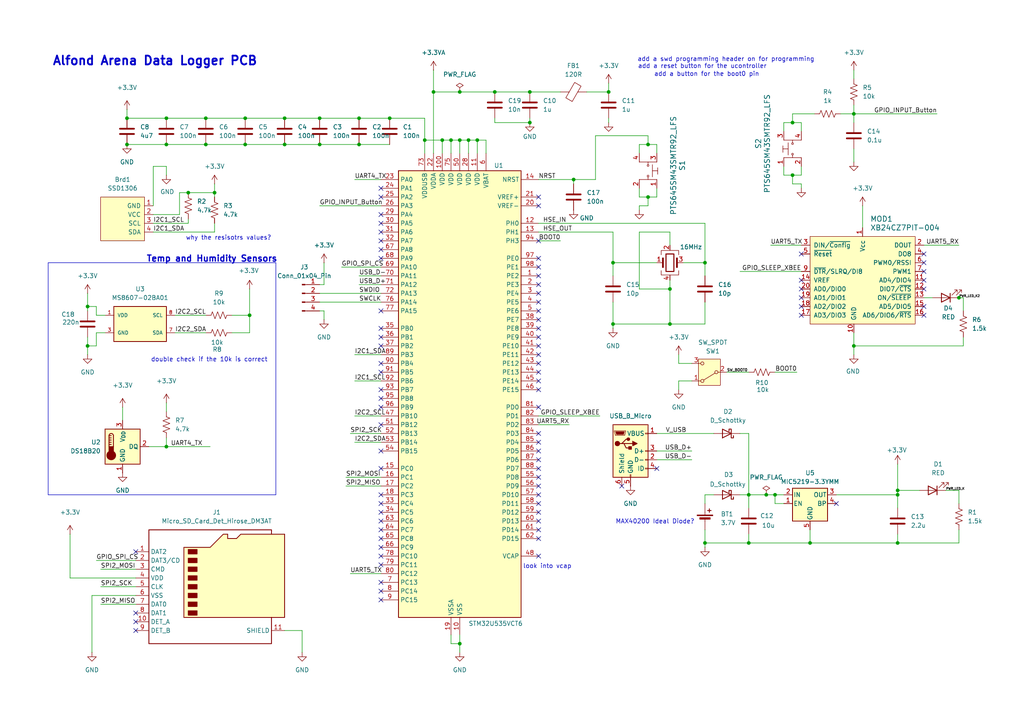
<source format=kicad_sch>
(kicad_sch (version 20231120) (generator "eeschema") (generator_version "8.0")
  (paper "A4")
  (title_block (title "Alfond Arena Data Logger PCB") (date "2024-10-06") (rev "0.1"))
  (junction (at 133.35 26.67))
  (junction (at 133.35 40.64))
  (junction (at 71.12 41.91))
  (junction (at 54.61 55.88))
  (junction (at 133.35 186.69))
  (junction (at 72.39 91.44))
  (junction (at 260.35 157.48))
  (junction (at 222.25 143.51))
  (junction (at 104.14 41.91))
  (junction (at 166.37 52.07))
  (junction (at 278.13 86.36))
  (junction (at 25.4 88.9))
  (junction (at 260.35 143.51))
  (junction (at 260.35 142.24))
  (junction (at 187.96 41.91))
  (junction (at 135.89 40.64))
  (junction (at 71.12 34.29))
  (junction (at 234.95 157.48))
  (junction (at 82.55 41.91))
  (junction (at 177.8 76.2))
  (junction (at 204.47 76.2))
  (junction (at 36.83 41.91))
  (junction (at 48.26 34.29))
  (junction (at 48.26 129.54))
  (junction (at 82.55 34.29))
  (junction (at 92.71 41.91))
  (junction (at 217.17 157.48))
  (junction (at 176.53 26.67))
  (junction (at 247.65 100.33))
  (junction (at 247.65 33.02))
  (junction (at 177.8 93.98))
  (junction (at 194.31 93.98))
  (junction (at 204.47 157.48))
  (junction (at 187.96 57.15))
  (junction (at 217.17 143.51))
  (junction (at 153.67 35.56))
  (junction (at 143.51 26.67))
  (junction (at 62.23 55.88))
  (junction (at 25.4 100.33))
  (junction (at 59.69 34.29))
  (junction (at 138.43 40.64))
  (junction (at 229.87 35.56))
  (junction (at 92.71 34.29))
  (junction (at 59.69 41.91))
  (junction (at 113.03 34.29))
  (junction (at 48.26 41.91))
  (junction (at 229.87 50.8))
  (junction (at 194.31 83.82))
  (junction (at 125.73 26.67))
  (junction (at 128.27 40.64))
  (junction (at 224.79 143.51))
  (junction (at 130.81 40.64))
  (junction (at 36.83 34.29))
  (junction (at 153.67 26.67))
  (junction (at 104.14 34.29))
  (junction (at 123.19 40.64))
  (no_connect (at 156.21 118.11))
  (no_connect (at 156.21 156.21))
  (no_connect (at 180.34 140.97))
  (no_connect (at 156.21 102.87))
  (no_connect (at 110.49 135.89))
  (no_connect (at 110.49 158.75))
  (no_connect (at 110.49 173.99))
  (no_connect (at 156.21 59.69))
  (no_connect (at 267.97 88.9))
  (no_connect (at 110.49 69.85))
  (no_connect (at 267.97 78.74))
  (no_connect (at 156.21 107.95))
  (no_connect (at 156.21 100.33))
  (no_connect (at 110.49 105.41))
  (no_connect (at 156.21 135.89))
  (no_connect (at 267.97 91.44))
  (no_connect (at 110.49 107.95))
  (no_connect (at 110.49 123.19))
  (no_connect (at 156.21 125.73))
  (no_connect (at 156.21 82.55))
  (no_connect (at 232.41 91.44))
  (no_connect (at 110.49 148.59))
  (no_connect (at 110.49 153.67))
  (no_connect (at 156.21 128.27))
  (no_connect (at 156.21 161.29))
  (no_connect (at 110.49 118.11))
  (no_connect (at 39.37 160.02))
  (no_connect (at 110.49 57.15))
  (no_connect (at 267.97 83.82))
  (no_connect (at 110.49 130.81))
  (no_connect (at 110.49 95.25))
  (no_connect (at 156.21 92.71))
  (no_connect (at 156.21 97.79))
  (no_connect (at 156.21 138.43))
  (no_connect (at 232.41 73.66))
  (no_connect (at 267.97 76.2))
  (no_connect (at 156.21 146.05))
  (no_connect (at 156.21 74.93))
  (no_connect (at 110.49 171.45))
  (no_connect (at 110.49 90.17))
  (no_connect (at 156.21 87.63))
  (no_connect (at 156.21 130.81))
  (no_connect (at 190.5 135.89))
  (no_connect (at 156.21 133.35))
  (no_connect (at 110.49 163.83))
  (no_connect (at 232.41 81.28))
  (no_connect (at 110.49 161.29))
  (no_connect (at 232.41 88.9))
  (no_connect (at 110.49 62.23))
  (no_connect (at 156.21 69.85))
  (no_connect (at 156.21 85.09))
  (no_connect (at 156.21 151.13))
  (no_connect (at 110.49 143.51))
  (no_connect (at 156.21 113.03))
  (no_connect (at 110.49 72.39))
  (no_connect (at 110.49 115.57))
  (no_connect (at 156.21 148.59))
  (no_connect (at 110.49 168.91))
  (no_connect (at 156.21 143.51))
  (no_connect (at 156.21 110.49))
  (no_connect (at 110.49 151.13))
  (no_connect (at 110.49 97.79))
  (no_connect (at 156.21 95.25))
  (no_connect (at 156.21 57.15))
  (no_connect (at 110.49 64.77))
  (no_connect (at 110.49 74.93))
  (no_connect (at 110.49 146.05))
  (no_connect (at 242.57 146.05))
  (no_connect (at 232.41 83.82))
  (no_connect (at 110.49 113.03))
  (no_connect (at 267.97 73.66))
  (no_connect (at 156.21 77.47))
  (no_connect (at 156.21 90.17))
  (no_connect (at 156.21 153.67))
  (no_connect (at 110.49 54.61))
  (no_connect (at 110.49 100.33))
  (no_connect (at 110.49 156.21))
  (no_connect (at 156.21 105.41))
  (no_connect (at 110.49 67.31))
  (no_connect (at 39.37 177.8))
  (no_connect (at 156.21 140.97))
  (no_connect (at 39.37 182.88))
  (no_connect (at 232.41 86.36))
  (no_connect (at 267.97 81.28))
  (no_connect (at 39.37 180.34))
  (no_connect (at 156.21 80.01))
  (wire (pts (xy 214.63 143.51) (xy 217.17 143.51)))
  (wire (pts (xy 140.97 40.64) (xy 140.97 44.45)))
  (wire (pts (xy 156.21 69.85) (xy 162.56 69.85)))
  (wire (pts (xy 156.21 123.19) (xy 165.1 123.19)))
  (wire (pts (xy 176.53 34.29) (xy 176.53 35.56)))
  (wire (pts (xy 54.61 55.88) (xy 62.23 55.88)))
  (wire (pts (xy 279.4 97.79) (xy 279.4 100.33)))
  (wire (pts (xy 170.18 26.67) (xy 176.53 26.67)))
  (wire (pts (xy 125.73 26.67) (xy 125.73 44.45)))
  (wire (pts (xy 204.47 76.2) (xy 204.47 80.01)))
  (wire (pts (xy 44.45 64.77) (xy 54.61 64.77)))
  (wire (pts (xy 143.51 35.56) (xy 153.67 35.56)))
  (wire (pts (xy 222.25 143.51) (xy 224.79 143.51)))
  (wire (pts (xy 204.47 157.48) (xy 204.47 158.75)))
  (wire (pts (xy 156.21 64.77) (xy 204.47 64.77)))
  (wire (pts (xy 177.8 95.25) (xy 177.8 93.98)))
  (wire (pts (xy 187.96 57.15) (xy 187.96 59.69)))
  (wire (pts (xy 198.12 76.2) (xy 204.47 76.2)))
  (wire (pts (xy 133.35 186.69) (xy 130.81 186.69)))
  (wire (pts (xy 104.14 82.55) (xy 110.49 82.55)))
  (wire (pts (xy 43.18 129.54) (xy 48.26 129.54)))
  (wire (pts (xy 190.5 44.45) (xy 190.5 41.91)))
  (wire (pts (xy 102.87 110.49) (xy 110.49 110.49)))
  (wire (pts (xy 229.87 35.56) (xy 229.87 33.02)))
  (wire (pts (xy 39.37 167.64) (xy 20.32 167.64)))
  (wire (pts (xy 172.72 39.37) (xy 187.96 39.37)))
  (wire (pts (xy 229.87 50.8) (xy 229.87 53.34)))
  (wire (pts (xy 229.87 53.34) (xy 232.41 53.34)))
  (wire (pts (xy 54.61 63.5) (xy 54.61 64.77)))
  (wire (pts (xy 143.51 26.67) (xy 153.67 26.67)))
  (wire (pts (xy 278.13 157.48) (xy 260.35 157.48)))
  (wire (pts (xy 128.27 40.64) (xy 128.27 44.45)))
  (wire (pts (xy 104.14 80.01) (xy 110.49 80.01)))
  (polyline (pts (xy 13.97 76.2) (xy 13.97 143.51)))
  (wire (pts (xy 190.5 54.61) (xy 190.5 57.15)))
  (wire (pts (xy 25.4 100.33) (xy 25.4 102.87)))
  (wire (pts (xy 99.06 77.47) (xy 110.49 77.47)))
  (wire (pts (xy 48.26 129.54) (xy 60.96 129.54)))
  (wire (pts (xy 92.71 34.29) (xy 104.14 34.29)))
  (wire (pts (xy 92.71 90.17) (xy 93.98 90.17)))
  (wire (pts (xy 72.39 91.44) (xy 72.39 96.52)))
  (wire (pts (xy 274.32 142.24) (xy 278.13 142.24)))
  (wire (pts (xy 185.42 67.31) (xy 185.42 83.82)))
  (polyline (pts (xy 13.97 143.51) (xy 80.01 143.51)))
  (wire (pts (xy 102.87 120.65) (xy 110.49 120.65)))
  (wire (pts (xy 27.94 88.9) (xy 27.94 91.44)))
  (wire (pts (xy 44.45 62.23) (xy 52.07 62.23)))
  (wire (pts (xy 50.8 96.52) (xy 59.69 96.52)))
  (wire (pts (xy 125.73 26.67) (xy 133.35 26.67)))
  (wire (pts (xy 143.51 35.56) (xy 143.51 34.29)))
  (wire (pts (xy 44.45 59.69) (xy 44.45 48.26)))
  (wire (pts (xy 185.42 59.69) (xy 185.42 60.96)))
  (wire (pts (xy 260.35 142.24) (xy 260.35 143.51)))
  (wire (pts (xy 156.21 52.07) (xy 166.37 52.07)))
  (wire (pts (xy 123.19 34.29) (xy 123.19 40.64)))
  (wire (pts (xy 227.33 146.05) (xy 224.79 146.05)))
  (wire (pts (xy 243.84 33.02) (xy 247.65 33.02)))
  (wire (pts (xy 44.45 67.31) (xy 62.23 67.31)))
  (wire (pts (xy 133.35 40.64) (xy 133.35 44.45)))
  (wire (pts (xy 177.8 76.2) (xy 190.5 76.2)))
  (wire (pts (xy 217.17 143.51) (xy 217.17 147.32)))
  (wire (pts (xy 44.45 48.26) (xy 48.26 48.26)))
  (wire (pts (xy 29.21 175.26) (xy 39.37 175.26)))
  (wire (pts (xy 25.4 97.79) (xy 25.4 100.33)))
  (wire (pts (xy 278.13 86.36) (xy 279.4 86.36)))
  (wire (pts (xy 27.94 100.33) (xy 27.94 96.52)))
  (wire (pts (xy 224.79 107.95) (xy 231.14 107.95)))
  (wire (pts (xy 260.35 134.62) (xy 260.35 142.24)))
  (polyline (pts (xy 80.01 143.51) (xy 80.01 76.2)))
  (wire (pts (xy 187.96 41.91) (xy 187.96 39.37)))
  (wire (pts (xy 130.81 184.15) (xy 130.81 186.69)))
  (wire (pts (xy 92.71 82.55) (xy 93.98 82.55)))
  (wire (pts (xy 133.35 184.15) (xy 133.35 186.69)))
  (wire (pts (xy 190.5 41.91) (xy 187.96 41.91)))
  (wire (pts (xy 194.31 83.82) (xy 194.31 93.98)))
  (wire (pts (xy 204.47 143.51) (xy 207.01 143.51)))
  (wire (pts (xy 232.41 50.8) (xy 229.87 50.8)))
  (wire (pts (xy 62.23 55.88) (xy 62.23 57.15)))
  (wire (pts (xy 247.65 30.48) (xy 247.65 33.02)))
  (wire (pts (xy 279.4 100.33) (xy 247.65 100.33)))
  (wire (pts (xy 210.82 107.95) (xy 217.17 107.95)))
  (wire (pts (xy 270.51 86.36) (xy 267.97 86.36)))
  (wire (pts (xy 72.39 96.52) (xy 67.31 96.52)))
  (wire (pts (xy 72.39 83.82) (xy 72.39 91.44)))
  (wire (pts (xy 130.81 40.64) (xy 128.27 40.64)))
  (wire (pts (xy 156.21 67.31) (xy 177.8 67.31)))
  (wire (pts (xy 25.4 100.33) (xy 27.94 100.33)))
  (wire (pts (xy 71.12 41.91) (xy 82.55 41.91)))
  (wire (pts (xy 101.6 125.73) (xy 110.49 125.73)))
  (wire (pts (xy 133.35 26.67) (xy 143.51 26.67)))
  (wire (pts (xy 59.69 34.29) (xy 71.12 34.29)))
  (wire (pts (xy 229.87 33.02) (xy 236.22 33.02)))
  (wire (pts (xy 190.5 133.35) (xy 200.66 133.35)))
  (wire (pts (xy 135.89 40.64) (xy 135.89 44.45)))
  (wire (pts (xy 87.63 182.88) (xy 87.63 189.23)))
  (wire (pts (xy 156.21 120.65) (xy 173.99 120.65)))
  (wire (pts (xy 82.55 41.91) (xy 92.71 41.91)))
  (wire (pts (xy 92.71 41.91) (xy 104.14 41.91)))
  (wire (pts (xy 130.81 40.64) (xy 130.81 44.45)))
  (wire (pts (xy 153.67 26.67) (xy 162.56 26.67)))
  (wire (pts (xy 185.42 83.82) (xy 194.31 83.82)))
  (wire (pts (xy 102.87 102.87) (xy 110.49 102.87)))
  (wire (pts (xy 72.39 91.44) (xy 67.31 91.44)))
  (wire (pts (xy 247.65 33.02) (xy 271.78 33.02)))
  (wire (pts (xy 48.26 41.91) (xy 59.69 41.91)))
  (wire (pts (xy 278.13 153.67) (xy 278.13 157.48)))
  (wire (pts (xy 153.67 35.56) (xy 153.67 34.29)))
  (wire (pts (xy 172.72 39.37) (xy 172.72 52.07)))
  (wire (pts (xy 25.4 88.9) (xy 27.94 88.9)))
  (wire (pts (xy 196.85 105.41) (xy 196.85 102.87)))
  (wire (pts (xy 227.33 38.1) (xy 227.33 35.56)))
  (wire (pts (xy 100.33 140.97) (xy 110.49 140.97)))
  (wire (pts (xy 214.63 78.74) (xy 232.41 78.74)))
  (wire (pts (xy 185.42 54.61) (xy 185.42 57.15)))
  (wire (pts (xy 278.13 142.24) (xy 278.13 146.05)))
  (wire (pts (xy 27.94 91.44) (xy 30.48 91.44)))
  (wire (pts (xy 232.41 38.1) (xy 232.41 35.56)))
  (wire (pts (xy 177.8 67.31) (xy 177.8 76.2)))
  (wire (pts (xy 48.26 116.84) (xy 48.26 119.38)))
  (wire (pts (xy 48.26 34.29) (xy 59.69 34.29)))
  (wire (pts (xy 27.94 162.56) (xy 39.37 162.56)))
  (wire (pts (xy 260.35 142.24) (xy 266.7 142.24)))
  (polyline (pts (xy 13.97 76.2) (xy 80.01 76.2)))
  (wire (pts (xy 52.07 55.88) (xy 54.61 55.88)))
  (wire (pts (xy 196.85 110.49) (xy 196.85 113.03)))
  (wire (pts (xy 92.71 85.09) (xy 110.49 85.09)))
  (wire (pts (xy 176.53 24.13) (xy 176.53 26.67)))
  (wire (pts (xy 172.72 52.07) (xy 166.37 52.07)))
  (wire (pts (xy 204.47 146.05) (xy 204.47 143.51)))
  (wire (pts (xy 204.47 153.67) (xy 204.47 157.48)))
  (wire (pts (xy 200.66 110.49) (xy 196.85 110.49)))
  (wire (pts (xy 177.8 76.2) (xy 177.8 80.01)))
  (wire (pts (xy 113.03 34.29) (xy 123.19 34.29)))
  (wire (pts (xy 278.13 86.36) (xy 275.59 86.36)))
  (wire (pts (xy 62.23 64.77) (xy 62.23 67.31)))
  (wire (pts (xy 138.43 40.64) (xy 135.89 40.64)))
  (wire (pts (xy 62.23 53.34) (xy 62.23 55.88)))
  (wire (pts (xy 125.73 20.32) (xy 125.73 26.67)))
  (wire (pts (xy 52.07 62.23) (xy 52.07 55.88)))
  (wire (pts (xy 82.55 182.88) (xy 87.63 182.88)))
  (wire (pts (xy 194.31 93.98) (xy 177.8 93.98)))
  (wire (pts (xy 102.87 52.07) (xy 110.49 52.07)))
  (wire (pts (xy 36.83 41.91) (xy 48.26 41.91)))
  (wire (pts (xy 102.87 128.27) (xy 110.49 128.27)))
  (wire (pts (xy 204.47 87.63) (xy 204.47 93.98)))
  (wire (pts (xy 224.79 146.05) (xy 224.79 143.51)))
  (wire (pts (xy 187.96 57.15) (xy 190.5 57.15)))
  (wire (pts (xy 59.69 41.91) (xy 71.12 41.91)))
  (wire (pts (xy 82.55 34.29) (xy 92.71 34.29)))
  (wire (pts (xy 25.4 88.9) (xy 25.4 90.17)))
  (wire (pts (xy 123.19 40.64) (xy 123.19 44.45)))
  (wire (pts (xy 229.87 50.8) (xy 227.33 50.8)))
  (wire (pts (xy 250.19 59.69) (xy 250.19 66.04)))
  (wire (pts (xy 26.67 172.72) (xy 26.67 189.23)))
  (wire (pts (xy 104.14 41.91) (xy 113.03 41.91)))
  (wire (pts (xy 190.5 125.73) (xy 207.01 125.73)))
  (wire (pts (xy 217.17 154.94) (xy 217.17 157.48)))
  (wire (pts (xy 133.35 40.64) (xy 130.81 40.64)))
  (wire (pts (xy 234.95 153.67) (xy 234.95 157.48)))
  (wire (pts (xy 101.6 166.37) (xy 110.49 166.37)))
  (wire (pts (xy 217.17 125.73) (xy 217.17 143.51)))
  (wire (pts (xy 138.43 40.64) (xy 138.43 44.45)))
  (wire (pts (xy 224.79 143.51) (xy 227.33 143.51)))
  (wire (pts (xy 35.56 118.11) (xy 35.56 121.92)))
  (wire (pts (xy 187.96 59.69) (xy 185.42 59.69)))
  (wire (pts (xy 217.17 143.51) (xy 222.25 143.51)))
  (wire (pts (xy 93.98 76.2) (xy 93.98 82.55)))
  (wire (pts (xy 217.17 157.48) (xy 234.95 157.48)))
  (wire (pts (xy 247.65 20.32) (xy 247.65 22.86)))
  (wire (pts (xy 247.65 43.18) (xy 247.65 46.99)))
  (wire (pts (xy 135.89 40.64) (xy 133.35 40.64)))
  (wire (pts (xy 93.98 90.17) (xy 93.98 92.71)))
  (wire (pts (xy 36.83 34.29) (xy 48.26 34.29)))
  (wire (pts (xy 50.8 91.44) (xy 59.69 91.44)))
  (wire (pts (xy 27.94 96.52) (xy 30.48 96.52)))
  (wire (pts (xy 242.57 143.51) (xy 260.35 143.51)))
  (wire (pts (xy 25.4 85.09) (xy 25.4 88.9)))
  (wire (pts (xy 48.26 127) (xy 48.26 129.54)))
  (wire (pts (xy 260.35 143.51) (xy 260.35 147.32)))
  (wire (pts (xy 232.41 48.26) (xy 232.41 50.8)))
  (wire (pts (xy 29.21 170.18) (xy 39.37 170.18)))
  (wire (pts (xy 92.71 87.63) (xy 110.49 87.63)))
  (wire (pts (xy 204.47 64.77) (xy 204.47 76.2)))
  (wire (pts (xy 194.31 83.82) (xy 194.31 81.28)))
  (wire (pts (xy 185.42 44.45) (xy 185.42 41.91)))
  (wire (pts (xy 190.5 130.81) (xy 200.66 130.81)))
  (wire (pts (xy 100.33 138.43) (xy 110.49 138.43)))
  (wire (pts (xy 187.96 41.91) (xy 185.42 41.91)))
  (wire (pts (xy 279.4 86.36) (xy 279.4 90.17)))
  (wire (pts (xy 194.31 67.31) (xy 194.31 71.12)))
  (wire (pts (xy 194.31 93.98) (xy 204.47 93.98)))
  (wire (pts (xy 36.83 31.75) (xy 36.83 34.29)))
  (wire (pts (xy 227.33 48.26) (xy 227.33 50.8)))
  (wire (pts (xy 166.37 53.34) (xy 166.37 52.07)))
  (wire (pts (xy 177.8 87.63) (xy 177.8 93.98)))
  (wire (pts (xy 234.95 157.48) (xy 260.35 157.48)))
  (wire (pts (xy 229.87 35.56) (xy 232.41 35.56)))
  (wire (pts (xy 71.12 34.29) (xy 82.55 34.29)))
  (wire (pts (xy 20.32 167.64) (xy 20.32 154.94)))
  (wire (pts (xy 260.35 154.94) (xy 260.35 157.48)))
  (wire (pts (xy 29.21 165.1) (xy 39.37 165.1)))
  (wire (pts (xy 48.26 48.26) (xy 48.26 50.8)))
  (wire (pts (xy 104.14 34.29) (xy 113.03 34.29)))
  (wire (pts (xy 204.47 157.48) (xy 217.17 157.48)))
  (wire (pts (xy 185.42 57.15) (xy 187.96 57.15)))
  (wire (pts (xy 194.31 67.31) (xy 185.42 67.31)))
  (wire (pts (xy 133.35 186.69) (xy 133.35 189.23)))
  (wire (pts (xy 267.97 71.12) (xy 278.13 71.12)))
  (wire (pts (xy 247.65 100.33) (xy 247.65 96.52)))
  (wire (pts (xy 232.41 53.34) (xy 232.41 54.61)))
  (wire (pts (xy 247.65 102.87) (xy 247.65 100.33)))
  (wire (pts (xy 39.37 172.72) (xy 26.67 172.72)))
  (wire (pts (xy 200.66 105.41) (xy 196.85 105.41)))
  (wire (pts (xy 227.33 35.56) (xy 229.87 35.56)))
  (wire (pts (xy 128.27 40.64) (xy 123.19 40.64)))
  (wire (pts (xy 247.65 33.02) (xy 247.65 35.56)))
  (wire (pts (xy 214.63 125.73) (xy 217.17 125.73)))
  (wire (pts (xy 223.52 71.12) (xy 232.41 71.12)))
  (wire (pts (xy 140.97 40.64) (xy 138.43 40.64)))
  (wire (pts (xy 92.71 59.69) (xy 110.49 59.69)))
  (text "MAX40200 Ideal Diode?\n" (at 189.992 151.384 0) (effects (font (size 1.27 1.27))))
  (text "look into vcap\n" (at 158.75 164.338 0) (effects (font (size 1.27 1.27))))
  (text "double check if the 10k is correct\n" (at 60.706 104.394 0) (effects (font (size 1.27 1.27))))
  (text "add a swd programming header on for programming\n" (at 210.566 17.272 0) (effects (font (size 1.27 1.27))))
  (text "add a reset button for the ucontroller\n" (at 203.708 19.304 0) (effects (font (size 1.27 1.27))))
  (text "add a button for the boot0 pin\n" (at 204.978 21.59 0) (effects (font (size 1.27 1.27))))
  (text "Alfond Arena Data Logger PCB\n" (at 44.958 17.78 0) (effects (font (size 2.54 2.54) (thickness 0.508) (bold yes))))
  (text "why the resisotrs values?" (at 66.294 69.088 0) (effects (font (size 1.27 1.27))))
  (text "Temp and Humidity Sensors" (at 61.468 75.184 0) (effects (font (size 1.778 1.778) (thickness 0.3556) (bold yes))))
  (label "I2C1_SDA" (at 44.45 67.31 0))
  (label "USB_D+" (at 104.14 82.55 0))
  (label "I2C2_SCL" (at 50.8 91.44 0))
  (label "SWDIO" (at 104.14 85.09 0))
  (label "SPI2_MOSI" (at 29.21 165.1 0))
  (label "GPIO_SLEEP_XBEE" (at 232.41 78.74 180))
  (label "I2C2_SCL" (at 102.87 120.65 0))
  (label "UART5_TX" (at 101.6 166.37 0))
  (label "GPIO_SPI_CS" (at 27.94 162.56 0))
  (label "SWCLK" (at 104.14 87.63 0))
  (label "HSE_IN" (at 157.48 64.77 0))
  (label "UART5_RX" (at 278.13 71.12 180))
  (label "I2C1_SCL" (at 102.87 110.49 0))
  (label "BOOT0" (at 231.14 107.95 180))
  (label "SPI2_MISO" (at 29.21 175.26 0))
  (label "UART4_TX" (at 102.87 52.07 0))
  (label "SPI2_MISO" (at 100.33 140.97 0))
  (label "USB_D+" (at 200.66 130.81 180))
  (label "GPIO_SLEEP_XBEE" (at 173.99 120.65 180))
  (label "GPIO_INPUT_Button" (at 92.71 59.69 0))
  (label "BOOT0" (at 162.56 69.85 180))
  (label "I2C1_SDA" (at 102.87 102.87 0))
  (label "SW_BOOT0" (at 210.82 107.95 0) (effects (font (size 0.762 0.762))))
  (label "I2C2_SDA" (at 102.87 128.27 0))
  (label "V_USB" (at 193.04 125.73 0))
  (label "USB_D-" (at 200.66 133.35 180))
  (label "HSE_OUT" (at 157.48 67.31 0))
  (label "I2C2_SDA" (at 50.8 96.52 0))
  (label "PWR_LED_K2" (at 278.13 86.36 0) (effects (font (size 0.635 0.635))))
  (label "NRST" (at 156.21 52.07 0))
  (label "UART5_RX" (at 165.1 123.19 180))
  (label "USB_D-" (at 104.14 80.01 0))
  (label "GPIO_SPI_CS" (at 99.06 77.47 0))
  (label "UART5_TX" (at 223.52 71.12 0))
  (label "I2C1_SCL" (at 44.45 64.77 0))
  (label "SPI2_MOSI" (at 100.33 138.43 0))
  (label "SPI2_SCK" (at 29.21 170.18 0))
  (label "GPIO_INPUT_Button" (at 271.78 33.02 180))
  (label "PWR_LED_K" (at 274.32 142.24 0) (effects (font (size 0.635 0.635))))
  (label "UART4_TX" (at 49.53 129.54 0))
  (label "SPI2_SCK" (at 101.6 125.73 0))
  (symbol (lib_id "power:GND") (at 48.26 50.8 0) (unit 1)
    (property "Reference" "#PWR010" (effects (hide yes)))
    (property "Value" "GND" (at 48.514 55.626 0))
    (property "Description" "Power symbol creates a global label with name \"GND\" , ground" (effects (hide yes)))
  )
  (symbol (lib_id "power:+3.3V") (at 36.83 31.75 0) (unit 1)
    (property "Reference" "#PWR07" (effects (hide yes)))
    (property "Value" "+3.3V" (at 36.83 25.4 0))
    (property "Description" "Power symbol creates a global label with name \"+3.3V\"" (effects (hide yes)))
  )
  (symbol (lib_id "power:GND") (at 176.53 35.56 0) (unit 1)
    (property "Reference" "#PWR019" (effects (hide yes)))
    (property "Value" "GND" (effects (hide yes)))
    (property "Description" "Power symbol creates a global label with name \"GND\" , ground" (effects (hide yes)))
  )
  (symbol (lib_id "Device:C") (at 204.47 83.82 0) (unit 1)
    (property "Reference" "C16" (at 208.28 82.5499 0) (effects (justify left)))
    (property "Value" "10p" (at 208.28 85.0899 0) (effects (justify left)))
    (property "Footprint" "Capacitor_SMD:C_0402_1005Metric" (effects (hide yes)))
    (property "Description" "Unpolarized capacitor" (effects (hide yes)))
  )
  (symbol (lib_id "Device:R_US") (at 279.4 93.98 0) (unit 1)
    (property "Reference" "R6" (at 281.94 92.7099 0) (effects (justify left)))
    (property "Value" "1.5k" (at 281.94 95.2499 0) (effects (justify left)))
    (property "Footprint" "Resistor_SMD:R_0402_1005Metric" (effects (hide yes)))
    (property "Description" "Resistor, US symbol" (effects (hide yes)))
  )
  (symbol (lib_id "Device:Crystal_GND24") (at 194.31 76.2 0) (unit 1)
    (property "Reference" "Y1" (effects (hide yes)))
    (property "Value" "16MHz" (at 200.406 71.628 0))
    (property "Footprint" "Crystal:Crystal_SMD_3225-4Pin_3.2x2.5mm" (effects (hide yes)))
    (property "Description" "Four pin crystal, GND on pins 2 and 4" (effects (hide yes)))
  )
  (symbol (lib_id "Device:C") (at 25.4 93.98 0) (unit 1)
    (property "Reference" "C18" (at 17.78 91.186 0) (effects (justify left)))
    (property "Value" "220n" (at 18.034 93.472 0) (effects (justify left)))
    (property "Footprint" "Capacitor_SMD:C_0402_1005Metric" (effects (hide yes)))
    (property "Description" "Unpolarized capacitor" (effects (hide yes)))
  )
  (symbol (lib_id "Device:C") (at 82.55 38.1 0) (unit 1)
    (property "Reference" "C4" (at 86.36 36.8299 0) (effects (justify left)))
    (property "Value" "100n" (at 86.36 39.3699 0) (effects (justify left)))
    (property "Footprint" "Capacitor_SMD:C_0402_1005Metric" (effects (hide yes)))
    (property "Description" "Unpolarized capacitor" (effects (hide yes)))
  )
  (symbol (lib_id "Device:R_US") (at 62.23 60.96 0) (unit 1)
    (property "Reference" "R3" (at 64.77 59.6899 0) (effects (justify left)))
    (property "Value" "4.7k" (at 64.77 62.2299 0) (effects (justify left)))
    (property "Footprint" "Resistor_SMD:R_0402_1005Metric" (effects (hide yes)))
    (property "Description" "Resistor, US symbol" (effects (hide yes)))
  )
  (symbol (lib_id "Device:C") (at 166.37 57.15 0) (unit 1)
    (property "Reference" "C17" (at 170.18 55.8799 0) (effects (justify left)))
    (property "Value" "100n" (at 170.18 58.4199 0) (effects (justify left)))
    (property "Footprint" "Capacitor_SMD:C_0402_1005Metric" (effects (hide yes)))
    (property "Description" "Unpolarized capacitor" (effects (hide yes)))
  )
  (symbol (lib_id "power:+3.3V") (at 20.32 154.94 0) (unit 1)
    (property "Reference" "#PWR01" (effects (hide yes)))
    (property "Value" "+3.3V" (at 20.32 148.59 0))
    (property "Description" "Power symbol creates a global label with name \"+3.3V\"" (effects (hide yes)))
  )
  (symbol (lib_id "power:+3.3V") (at 125.73 20.32 0) (unit 1)
    (property "Reference" "#PWR014" (effects (hide yes)))
    (property "Value" "+3.3VA" (at 125.73 15.24 0))
    (property "Description" "Power symbol creates a global label with name \"+3.3V\"" (effects (hide yes)))
  )
  (symbol (lib_id "power:GND") (at 185.42 60.96 0) (mirror y) (unit 1)
    (property "Reference" "#PWR029" (effects (hide yes)))
    (property "Value" "GND" (effects (hide yes)))
    (property "Description" "Power symbol creates a global label with name \"GND\" , ground" (effects (hide yes)))
  )
  (symbol (lib_id "power:PWR_FLAG") (at 222.25 143.51 0) (unit 1)
    (property "Reference" "#FLG01" (effects (hide yes)))
    (property "Value" "PWR_FLAG" (at 222.25 138.43 0))
    (property "Description" "Special symbol for telling ERC where power comes from" (effects (hide yes)))
  )
  (symbol (lib_id "Connector:Micro_SD_Card_Det_Hirose_DM3AT") (at 62.23 170.18 0) (unit 1)
    (property "Reference" "J1" (at 62.865 148.59 0))
    (property "Value" "Micro_SD_Card_Det_Hirose_DM3AT" (at 62.865 151.13 0))
    (property "Footprint" "Connector_Card:microSD_HC_Hirose_DM3AT-SF-PEJM5" (effects (hide yes)))
    (property "Datasheet" "https://www.hirose.com/product/en/download_file/key_name/DM3/category/Catalog/doc_file_id/49662/?file_category_id=4&item_id=195&is_series=1" (effects (hide yes)))
    (property "Description" "Micro SD Card Socket with card detection pins" (effects (hide yes)))
  )
  (symbol (lib_id "dk_RF-Transceiver-Modules:XB24CZ7PIT-004") (at 252.73 86.36 0) (unit 1)
    (property "Reference" "MOD1" (at 252.3841 63.5 0) (effects (font (size 1.524 1.524)) (justify left)))
    (property "Value" "XB24CZ7PIT-004" (at 252.3841 66.04 0) (effects (font (size 1.524 1.524)) (justify left)))
    (property "Footprint" "digikey-footprints:XBEE-20_THT" (effects (hide yes)))
    (property "Datasheet" "https://www.digi.com/resources/documentation/digidocs/pdfs/90001500.pdf" (effects (hide yes)))
    (property "Description" "RF TXRX MOD 802.15.4 TRACE ANT" (effects (hide yes)))
    (property "Digi-Key_PN" "602-1557-ND" (effects (hide yes)))
    (property "MPN" "XB24CZ7PIT-004" (effects (hide yes)))
    (property "Category" "RF/IF and RFID" (effects (hide yes)))
    (property "Family" "RF Transceiver Modules" (effects (hide yes)))
    (property "DK_Datasheet_Link" "https://www.digi.com/resources/documentation/digidocs/pdfs/90001500.pdf" (effects (hide yes)))
    (property "DK_Detail_Page" "/product-detail/en/digi-international/XB24CZ7PIT-004/602-1557-ND/5322371" (effects (hide yes)))
    (property "Description_1" "RF TXRX MOD 802.15.4 TRACE ANT" (effects (hide yes)))
    (property "Manufacturer" "Digi International" (effects (hide yes)))
    (property "Status" "Active" (effects (hide yes)))
  )
  (symbol (lib_id "Device:C") (at 59.69 38.1 0) (unit 1)
    (property "Reference" "C6" (at 63.5 36.8299 0) (effects (justify left)))
    (property "Value" "100n" (at 63.5 39.3699 0) (effects (justify left)))
    (property "Footprint" "Capacitor_SMD:C_0402_1005Metric" (effects (hide yes)))
    (property "Description" "Unpolarized capacitor" (effects (hide yes)))
  )
  (symbol (lib_id "Device:R_US") (at 247.65 26.67 0) (unit 1)
    (property "Reference" "R5" (at 250.19 25.3999 0) (effects (justify left)))
    (property "Value" "10k" (at 250.19 27.9399 0) (effects (justify left)))
    (property "Footprint" "Resistor_SMD:R_0402_1005Metric" (effects (hide yes)))
    (property "Description" "Resistor, US symbol" (effects (hide yes)))
  )
  (symbol (lib_id "power:GND") (at 247.65 102.87 0) (unit 1)
    (property "Reference" "#PWR024" (effects (hide yes)))
    (property "Value" "GND" (at 247.396 107.696 0))
    (property "Description" "Power symbol creates a global label with name \"GND\" , ground" (effects (hide yes)))
  )
  (symbol (lib_id "SSD1306-128x64_OLED:SSD1306") (at 35.56 63.5 270) (unit 1)
    (property "Reference" "Brd1" (at 35.56 52.07 90))
    (property "Value" "SSD1306" (at 35.56 54.61 90))
    (property "Footprint" "SSD1306:128x64OLED" (effects (hide yes)))
    (property "Description" "SSD1306 OLED" (effects (hide yes)))
  )
  (symbol (lib_id "Device:R_US") (at 48.26 123.19 0) (unit 1)
    (property "Reference" "R7" (at 50.8 121.9199 0) (effects (justify left)))
    (property "Value" "4.7k" (at 50.8 124.4599 0) (effects (justify left)))
    (property "Footprint" "Resistor_SMD:R_0402_1005Metric" (effects (hide yes)))
    (property "Description" "Resistor, US symbol" (effects (hide yes)))
  )
  (symbol (lib_id "Device:C") (at 143.51 30.48 0) (unit 1)
    (property "Reference" "C19" (at 147.32 29.2099 0) (effects (justify left)))
    (property "Value" "10n" (at 147.32 31.7499 0) (effects (justify left)))
    (property "Footprint" "Capacitor_SMD:C_0402_1005Metric" (effects (hide yes)))
    (property "Description" "Unpolarized capacitor" (effects (hide yes)))
  )
  (symbol (lib_id "power:GND") (at 153.67 35.56 0) (unit 1)
    (property "Reference" "#PWR016" (effects (hide yes)))
    (property "Value" "GND" (at 153.67 39.624 0))
    (property "Description" "Power symbol creates a global label with name \"GND\" , ground" (effects (hide yes)))
  )
  (symbol (lib_id "Device:C") (at 113.03 38.1 0) (unit 1)
    (property "Reference" "C1" (at 116.84 36.8299 0) (effects (justify left)))
    (property "Value" "100n" (at 116.84 39.3699 0) (effects (justify left)))
    (property "Footprint" "Capacitor_SMD:C_0402_1005Metric" (effects (hide yes)))
    (property "Description" "Unpolarized capacitor" (effects (hide yes)))
  )
  (symbol (lib_id "power:+3.3VA") (at 247.65 20.32 0) (unit 1)
    (property "Reference" "#PWR025" (effects (hide yes)))
    (property "Value" "+3.3V" (at 247.65 15.24 0))
    (property "Description" "Power symbol creates a global label with name \"+3.3VA\"" (effects (hide yes)))
  )
  (symbol (lib_id "power:GND") (at 177.8 95.25 0) (unit 1)
    (property "Reference" "#PWR020" (effects (hide yes)))
    (property "Value" "GND" (at 177.8 100.33 0))
    (property "Description" "Power symbol creates a global label with name \"GND\" , ground" (effects (hide yes)))
  )
  (symbol (lib_id "Device:R_US") (at 54.61 59.69 0) (unit 1)
    (property "Reference" "R2" (at 57.15 58.4199 0) (effects (justify left)))
    (property "Value" "4.7k" (at 57.15 60.9599 0) (effects (justify left)))
    (property "Footprint" "Resistor_SMD:R_0402_1005Metric" (effects (hide yes)))
    (property "Description" "Resistor, US symbol" (effects (hide yes)))
  )
  (symbol (lib_id "power:+3.3VA") (at 25.4 85.09 0) (unit 1)
    (property "Reference" "#PWR02" (effects (hide yes)))
    (property "Value" "+3.3V" (at 25.4 80.01 0))
    (property "Description" "Power symbol creates a global label with name \"+3.3VA\"" (effects (hide yes)))
  )
  (symbol (lib_id "Device:C") (at 92.71 38.1 0) (unit 1)
    (property "Reference" "C3" (at 96.52 36.8299 0) (effects (justify left)))
    (property "Value" "100n" (at 96.52 39.3699 0) (effects (justify left)))
    (property "Footprint" "Capacitor_SMD:C_0402_1005Metric" (effects (hide yes)))
    (property "Description" "Unpolarized capacitor" (effects (hide yes)))
  )
  (symbol (lib_id "Device:C") (at 71.12 38.1 0) (unit 1)
    (property "Reference" "C5" (at 74.93 36.8299 0) (effects (justify left)))
    (property "Value" "100n" (at 74.93 39.3699 0) (effects (justify left)))
    (property "Footprint" "Capacitor_SMD:C_0402_1005Metric" (effects (hide yes)))
    (property "Description" "Unpolarized capacitor" (effects (hide yes)))
  )
  (symbol (lib_id "power:GND") (at 232.41 54.61 0) (unit 1)
    (property "Reference" "#PWR023" (effects (hide yes)))
    (property "Value" "GND" (effects (hide yes)))
    (property "Description" "Power symbol creates a global label with name \"GND\" , ground" (effects (hide yes)))
  )
  (symbol (lib_id "power:GND") (at 35.56 137.16 0) (unit 1)
    (property "Reference" "#PWR06" (effects (hide yes)))
    (property "Value" "GND" (at 35.56 142.24 0))
    (property "Description" "Power symbol creates a global label with name \"GND\" , ground" (effects (hide yes)))
  )
  (symbol (lib_id "MCU_ST_STM32U5:STM32U535VCTx") (at 133.35 115.57 0) (mirror y) (unit 1)
    (property "Reference" "U1" (at 146.05 48.006 0) (effects (justify left)))
    (property "Value" "STM32U535VCT6" (at 151.638 180.848 0) (effects (justify left)))
    (property "Footprint" "Package_QFP:LQFP-100_14x14mm_P0.5mm" (effects (hide yes)))
    (property "Datasheet" "https://www.st.com/resource/en/datasheet/stm32u535vc.pdf" (effects (hide yes)))
    (property "Description" "STMicroelectronics Arm Cortex-M33 MCU, 256KB flash, 274KB RAM, 82 GPIO, LQFP100" (effects (hide yes)))
  )
  (symbol (lib_id "power:GND") (at 93.98 92.71 0) (unit 1)
    (property "Reference" "#PWR032" (effects (hide yes)))
    (property "Value" "GND" (at 93.98 97.79 0))
    (property "Description" "Power symbol creates a global label with name \"GND\" , ground" (effects (hide yes)))
  )
  (symbol (lib_id "Device:D_Schottky") (at 210.82 125.73 180) (unit 1)
    (property "Reference" "D2" (at 211.1375 119.38 0))
    (property "Value" "D_Schottky" (at 211.1375 121.92 0))
    (property "Description" "Schottky diode" (effects (hide yes)))
  )
  (symbol (lib_id "Connector:Conn_01x04_Pin") (at 87.63 85.09 0) (unit 1)
    (property "Reference" "J3" (at 88.265 77.47 0))
    (property "Value" "Conn_01x04_Pin" (at 88.265 80.01 0))
    (property "Description" "Generic connector, single row, 01x04, script generated" (effects (hide yes)))
  )
  (symbol (lib_id "power:+3.3VA") (at 72.39 83.82 0) (unit 1)
    (property "Reference" "#PWR012" (effects (hide yes)))
    (property "Value" "+3.3V" (at 72.136 78.486 0))
    (property "Description" "Power symbol creates a global label with name \"+3.3VA\"" (effects (hide yes)))
  )
  (symbol (lib_id "Device:C") (at 48.26 38.1 0) (unit 1)
    (property "Reference" "C7" (at 52.07 36.8299 0) (effects (justify left)))
    (property "Value" "100n" (at 52.07 39.3699 0) (effects (justify left)))
    (property "Footprint" "Capacitor_SMD:C_0402_1005Metric" (effects (hide yes)))
    (property "Description" "Unpolarized capacitor" (effects (hide yes)))
  )
  (symbol (lib_id "power:+3.3V") (at 35.56 118.11 0) (unit 1)
    (property "Reference" "#PWR05" (effects (hide yes)))
    (property "Value" "+3.3V" (at 35.56 111.76 0))
    (property "Description" "Power symbol creates a global label with name \"+3.3V\"" (effects (hide yes)))
  )
  (symbol (lib_id "power:GND") (at 25.4 102.87 0) (unit 1)
    (property "Reference" "#PWR03" (effects (hide yes)))
    (property "Value" "GND" (at 25.4 107.95 0))
    (property "Description" "Power symbol creates a global label with name \"GND\" , ground" (effects (hide yes)))
  )
  (symbol (lib_id "Device:C") (at 217.17 151.13 0) (unit 1)
    (property "Reference" "C12" (at 220.472 149.606 0) (effects (justify left)))
    (property "Value" "10u" (at 220.98 152.3999 0) (effects (justify left)))
    (property "Footprint" "Capacitor_SMD:C_0805_2012Metric" (effects (hide yes)))
    (property "Description" "Unpolarized capacitor" (effects (hide yes)))
  )
  (symbol (lib_id "power:+3.3V") (at 176.53 24.13 0) (unit 1)
    (property "Reference" "#PWR018" (effects (hide yes)))
    (property "Value" "+3.3V" (at 176.53 19.05 0))
    (property "Description" "Power symbol creates a global label with name \"+3.3V\"" (effects (hide yes)))
  )
  (symbol (lib_id "power:GND") (at 204.47 158.75 0) (unit 1)
    (property "Reference" "#PWR022" (effects (hide yes)))
    (property "Value" "GND" (at 204.47 163.83 0))
    (property "Description" "Power symbol creates a global label with name \"GND\" , ground" (effects (hide yes)))
  )
  (symbol (lib_id "Device:LED") (at 274.32 86.36 180) (unit 1)
    (property "Reference" "D4" (at 275.0185 89.408 0))
    (property "Value" "RED" (at 275.082 91.948 0))
    (property "Footprint" "LED_SMD:LED_0805_2012Metric" (effects (hide yes)))
    (property "Description" "Light emitting diode" (effects (hide yes)))
  )
  (symbol (lib_id "power:+3.3VA") (at 62.23 53.34 0) (unit 1)
    (property "Reference" "#PWR011" (effects (hide yes)))
    (property "Value" "+3.3V" (at 62.23 48.26 0))
    (property "Description" "Power symbol creates a global label with name \"+3.3VA\"" (effects (hide yes)))
  )
  (symbol (lib_id "power:GND") (at 166.37 60.96 0) (unit 1)
    (property "Reference" "#PWR017" (effects (hide yes)))
    (property "Value" "GND" (at 170.18 63.246 0))
    (property "Description" "Power symbol creates a global label with name \"GND\" , ground" (effects (hide yes)))
  )
  (symbol (lib_id "power:GND") (at 87.63 189.23 0) (unit 1)
    (property "Reference" "#PWR013" (effects (hide yes)))
    (property "Value" "GND" (at 87.63 194.31 0))
    (property "Description" "Power symbol creates a global label with name \"GND\" , ground" (effects (hide yes)))
  )
  (symbol (lib_id "Device:R_US") (at 240.03 33.02 90) (unit 1)
    (property "Reference" "R4" (at 240.03 26.67 90))
    (property "Value" "1k" (at 240.03 29.21 90))
    (property "Footprint" "Resistor_SMD:R_0402_1005Metric" (effects (hide yes)))
    (property "Description" "Resistor, US symbol" (effects (hide yes)))
  )
  (symbol (lib_id "power:+3.3VA") (at 196.85 102.87 0) (unit 1)
    (property "Reference" "#PWR030" (effects (hide yes)))
    (property "Value" "+3.3V" (at 196.85 97.79 0))
    (property "Description" "Power symbol creates a global label with name \"+3.3VA\"" (effects (hide yes)))
  )
  (symbol (lib_id "Device:C") (at 177.8 83.82 0) (unit 1)
    (property "Reference" "C15" (at 181.61 82.5499 0) (effects (justify left)))
    (property "Value" "10p" (at 181.61 85.0899 0) (effects (justify left)))
    (property "Footprint" "Capacitor_SMD:C_0402_1005Metric" (effects (hide yes)))
    (property "Description" "Unpolarized capacitor" (effects (hide yes)))
  )
  (symbol (lib_id "power:+3.3VA") (at 250.19 59.69 0) (unit 1)
    (property "Reference" "#PWR027" (effects (hide yes)))
    (property "Value" "+3.3V" (at 250.19 54.61 0))
    (property "Description" "Power symbol creates a global label with name \"+3.3VA\"" (effects (hide yes)))
  )
  (symbol (lib_id "power:GND") (at 196.85 113.03 0) (unit 1)
    (property "Reference" "#PWR031" (effects (hide yes)))
    (property "Value" "GND" (at 196.85 118.11 0))
    (property "Description" "Power symbol creates a global label with name \"GND\" , ground" (effects (hide yes)))
  )
  (symbol (lib_id "Device:C") (at 153.67 30.48 0) (unit 1)
    (property "Reference" "C10" (at 157.48 29.2099 0) (effects (justify left)))
    (property "Value" "1u" (at 157.48 31.7499 0) (effects (justify left)))
    (property "Footprint" "Capacitor_SMD:C_0402_1005Metric" (effects (hide yes)))
    (property "Description" "Unpolarized capacitor" (effects (hide yes)))
  )
  (symbol (lib_id "power:GND") (at 247.65 46.99 0) (unit 1)
    (property "Reference" "#PWR026" (effects (hide yes)))
    (property "Value" "GND" (effects (hide yes)))
    (property "Description" "Power symbol creates a global label with name \"GND\" , ground" (effects (hide yes)))
  )
  (symbol (lib_id "Device:R_US") (at 63.5 96.52 90) (unit 1)
    (property "Reference" "R8" (at 62.992 101.346 90))
    (property "Value" "10k" (at 62.992 99.314 90))
    (property "Footprint" "Resistor_SMD:R_0402_1005Metric" (effects (hide yes)))
    (property "Description" "Resistor, US symbol" (effects (hide yes)))
  )
  (symbol (lib_id "Device:C") (at 36.83 38.1 0) (unit 1)
    (property "Reference" "C8" (at 40.64 36.8299 0) (effects (justify left)))
    (property "Value" "4u7" (at 40.64 39.3699 0) (effects (justify left)))
    (property "Footprint" "Capacitor_SMD:C_0603_1608Metric" (effects (hide yes)))
    (property "Description" "Unpolarized capacitor" (effects (hide yes)))
  )
  (symbol (lib_id "Device:R_US") (at 278.13 149.86 0) (unit 1)
    (property "Reference" "R1" (at 280.67 148.5899 0) (effects (justify left)))
    (property "Value" "1.5k" (at 280.67 151.1299 0) (effects (justify left)))
    (property "Footprint" "Resistor_SMD:R_0402_1005Metric" (effects (hide yes)))
    (property "Description" "Resistor, US symbol" (effects (hide yes)))
  )
  (symbol (lib_id "Device:C") (at 247.65 39.37 0) (unit 1)
    (property "Reference" "C14" (at 251.46 38.0999 0) (effects (justify left)))
    (property "Value" "0.1u" (at 251.46 40.6399 0) (effects (justify left)))
    (property "Footprint" "Capacitor_SMD:C_01005_0402Metric" (effects (hide yes)))
    (property "Description" "Unpolarized capacitor" (effects (hide yes)))
  )
  (symbol (lib_id "Device:Battery_Cell") (at 204.47 151.13 0) (unit 1)
    (property "Reference" "BT1" (at 209.042 149.098 0) (effects (justify left)))
    (property "Value" "3.7V" (at 209.042 151.638 0) (effects (justify left)))
    (property "Description" "Single-cell battery" (effects (hide yes)))
  )
  (symbol (lib_id "Device:R_US") (at 63.5 91.44 90) (unit 1)
    (property "Reference" "R9" (at 63.5 85.09 90))
    (property "Value" "10k" (at 63.5 87.63 90))
    (property "Footprint" "Resistor_SMD:R_0402_1005Metric" (effects (hide yes)))
    (property "Description" "Resistor, US symbol" (effects (hide yes)))
  )
  (symbol (lib_id "power:+3.3VA") (at 260.35 134.62 0) (unit 1)
    (property "Reference" "#PWR028" (effects (hide yes)))
    (property "Value" "+3.3V" (at 260.096 130.556 0))
    (property "Description" "Power symbol creates a global label with name \"+3.3VA\"" (effects (hide yes)))
  )
  (symbol (lib_id "Regulator_Linear:MIC5219-3.3YMM") (at 234.95 146.05 0) (unit 1)
    (property "Reference" "U5" (at 234.95 137.16 0))
    (property "Value" "MIC5219-3.3YMM" (at 234.95 139.7 0))
    (property "Footprint" "Package_SO:MSOP-8_3x3mm_P0.65mm" (effects (hide yes)))
    (property "Datasheet" "http://ww1.microchip.com/downloads/en/DeviceDoc/MIC5219-500mA-Peak-Output-LDO-Regulator-DS20006021A.pdf" (effects (hide yes)))
    (property "Description" "500mA low dropout linear regulator, fixed 3.3V output, MSOP-8" (effects (hide yes)))
  )
  (symbol (lib_id "Device:FerriteBead") (at 166.37 26.67 90) (unit 1)
    (property "Reference" "FB1" (at 166.3192 19.05 90))
    (property "Value" "120R" (at 166.3192 21.59 90))
    (property "Footprint" "Inductor_SMD:L_0603_1608Metric" (effects (hide yes)))
    (property "Description" "Ferrite bead" (effects (hide yes)))
  )
  (symbol (lib_id "power:GND") (at 182.88 140.97 0) (unit 1)
    (property "Reference" "#PWR021" (effects (hide yes)))
    (property "Value" "GND" (at 182.88 146.05 0))
    (property "Description" "Power symbol creates a global label with name \"GND\" , ground" (effects (hide yes)))
  )
  (symbol (lib_id "Switch:SW_SPDT") (at 205.74 107.95 180) (unit 1)
    (property "Reference" "SW1" (at 206.756 101.854 0))
    (property "Value" "SW_SPDT" (at 206.756 99.314 0))
    (property "Description" "Switch, single pole double throw" (effects (hide yes)))
  )
  (symbol (lib_id "Connector:USB_B_Micro") (at 182.88 130.81 0) (unit 1)
    (property "Reference" "J2" (effects (hide yes)))
    (property "Value" "USB_B_Micro" (at 182.88 120.65 0))
    (property "Footprint" "Connector_USB:USB_Micro-B_Wuerth_629105150521" (effects (hide yes)))
    (property "Description" "USB Micro Type B connector" (effects (hide yes)))
  )
  (symbol (lib_id "power:PWR_FLAG") (at 133.35 26.67 0) (unit 1)
    (property "Reference" "#FLG02" (effects (hide yes)))
    (property "Value" "PWR_FLAG" (at 133.35 21.59 0))
    (property "Description" "Special symbol for telling ERC where power comes from" (effects (hide yes)))
  )
  (symbol (lib_id "Device:C") (at 104.14 38.1 0) (unit 1)
    (property "Reference" "C2" (at 107.95 36.8299 0) (effects (justify left)))
    (property "Value" "100n" (at 107.95 39.3699 0) (effects (justify left)))
    (property "Footprint" "Capacitor_SMD:C_0402_1005Metric" (effects (hide yes)))
    (property "Description" "Unpolarized capacitor" (effects (hide yes)))
  )
  (symbol (lib_id "dk_Tactile-Switches:PTS645SM43SMTR92_LFS") (at 187.96 49.53 270) (mirror x) (unit 1)
    (property "Reference" "S1" (at 197.866 48.006 0) (effects (font (size 1.524 1.524))))
    (property "Value" "PTS645SM43SMTR92_LFS" (at 195.326 48.006 0) (effects (font (size 1.524 1.524))))
    (property "Footprint" "digikey-footprints:Switch_Tactile_SMD_6x6mm_PTS645" (effects (hide yes)))
    (property "Datasheet" "https://www.ckswitches.com/media/1471/pts645.pdf" (effects (hide yes)))
    (property "Description" "SWITCH TACTILE SPST-NO 0.05A 12V" (effects (hide yes)))
    (property "Digi-Key_PN" "CKN9112CT-ND" (effects (hide yes)))
    (property "MPN" "PTS645SM43SMTR92 LFS" (effects (hide yes)))
    (property "Category" "Switches" (effects (hide yes)))
    (property "Family" "Tactile Switches" (effects (hide yes)))
    (property "DK_Datasheet_Link" "https://www.ckswitches.com/media/1471/pts645.pdf" (effects (hide yes)))
    (property "DK_Detail_Page" "/product-detail/en/c-k/PTS645SM43SMTR92-LFS/CKN9112CT-ND/1146934" (effects (hide yes)))
    (property "Description_1" "SWITCH TACTILE SPST-NO 0.05A 12V" (effects (hide yes)))
    (property "Manufacturer" "C&K" (effects (hide yes)))
    (property "Status" "Active" (effects (hide yes)))
  )
  (symbol (lib_id "Device:D_Schottky") (at 210.82 143.51 180) (unit 1)
    (property "Reference" "D3" (at 211.328 137.668 0))
    (property "Value" "D_Schottky" (at 211.074 140.462 0))
    (property "Description" "Schottky diode" (effects (hide yes)))
  )
  (symbol (lib_id "dk_Tactile-Switches:PTS645SM43SMTR92_LFS") (at 229.87 43.18 90) (unit 1)
    (property "Reference" "S2" (at 219.964 41.656 0) (effects (font (size 1.524 1.524))))
    (property "Value" "PTS645SM43SMTR92_LFS" (at 222.504 41.656 0) (effects (font (size 1.524 1.524))))
    (property "Footprint" "digikey-footprints:Switch_Tactile_SMD_6x6mm_PTS645" (effects (hide yes)))
    (property "Datasheet" "https://www.ckswitches.com/media/1471/pts645.pdf" (effects (hide yes)))
    (property "Description" "SWITCH TACTILE SPST-NO 0.05A 12V" (effects (hide yes)))
    (property "Digi-Key_PN" "CKN9112CT-ND" (effects (hide yes)))
    (property "MPN" "PTS645SM43SMTR92 LFS" (effects (hide yes)))
    (property "Category" "Switches" (effects (hide yes)))
    (property "Family" "Tactile Switches" (effects (hide yes)))
    (property "DK_Datasheet_Link" "https://www.ckswitches.com/media/1471/pts645.pdf" (effects (hide yes)))
    (property "DK_Detail_Page" "/product-detail/en/c-k/PTS645SM43SMTR92-LFS/CKN9112CT-ND/1146934" (effects (hide yes)))
    (property "Description_1" "SWITCH TACTILE SPST-NO 0.05A 12V" (effects (hide yes)))
    (property "Manufacturer" "C&K" (effects (hide yes)))
    (property "Status" "Active" (effects (hide yes)))
  )
  (symbol (lib_id "power:GND") (at 26.67 189.23 0) (unit 1)
    (property "Reference" "#PWR04" (effects (hide yes)))
    (property "Value" "GND" (at 26.67 194.31 0))
    (property "Description" "Power symbol creates a global label with name \"GND\" , ground" (effects (hide yes)))
  )
  (symbol (lib_id "power:+3.3V") (at 48.26 116.84 0) (unit 1)
    (property "Reference" "#PWR09" (effects (hide yes)))
    (property "Value" "+3.3V" (at 48.26 110.49 0))
    (property "Description" "Power symbol creates a global label with name \"+3.3V\"" (effects (hide yes)))
  )
  (symbol (lib_id "power:GND") (at 36.83 41.91 0) (unit 1)
    (property "Reference" "#PWR08" (effects (hide yes)))
    (property "Value" "GND" (at 36.83 46.99 0))
    (property "Description" "Power symbol creates a global label with name \"GND\" , ground" (effects (hide yes)))
  )
  (symbol (lib_id "Device:C") (at 176.53 30.48 0) (unit 1)
    (property "Reference" "C11" (at 180.34 29.2099 0) (effects (justify left)))
    (property "Value" "1u" (at 180.34 31.7499 0) (effects (justify left)))
    (property "Footprint" "Capacitor_SMD:C_0402_1005Metric" (effects (hide yes)))
    (property "Description" "Unpolarized capacitor" (effects (hide yes)))
  )
  (symbol (lib_id "power:GND") (at 133.35 189.23 0) (mirror y) (unit 1)
    (property "Reference" "#PWR015" (effects (hide yes)))
    (property "Value" "GND" (at 133.35 194.31 0))
    (property "Description" "Power symbol creates a global label with name \"GND\" , ground" (effects (hide yes)))
  )
  (symbol (lib_id "Device:C") (at 260.35 151.13 0) (unit 1)
    (property "Reference" "C13" (at 264.16 149.8599 0) (effects (justify left)))
    (property "Value" "2.2u" (at 264.16 152.3999 0) (effects (justify left)))
    (property "Footprint" "Capacitor_SMD:C_0805_2012Metric" (effects (hide yes)))
    (property "Description" "Unpolarized capacitor" (effects (hide yes)))
  )
  (symbol (lib_id "power:+3.3VA") (at 93.98 76.2 0) (unit 1)
    (property "Reference" "#PWR033" (effects (hide yes)))
    (property "Value" "+3.3V" (at 93.98 71.12 0))
    (property "Description" "Power symbol creates a global label with name \"+3.3VA\"" (effects (hide yes)))
  )
  (symbol (lib_id "Device:LED") (at 270.51 142.24 180) (unit 1)
    (property "Reference" "D1" (at 272.0975 134.62 0))
    (property "Value" "RED" (at 272.0975 137.16 0))
    (property "Footprint" "LED_SMD:LED_0603_1608Metric" (effects (hide yes)))
    (property "Description" "Light emitting diode" (effects (hide yes)))
  )
  (symbol (lib_id "Sensor_Temperature:DS18B20") (at 35.56 129.54 0) (unit 1)
    (property "Reference" "U2" (at 29.21 128.2699 0) (effects (justify right)))
    (property "Value" "DS18B20" (at 29.21 130.8099 0) (effects (justify right)))
    (property "Footprint" "Package_TO_SOT_THT:TO-92_Inline" (effects (hide yes)))
    (property "Datasheet" "http://datasheets.maximintegrated.com/en/ds/DS18B20.pdf" (effects (hide yes)))
    (property "Description" "Programmable Resolution 1-Wire Digital Thermometer TO-92" (effects (hide yes)))
  )
  (symbol (lib_id "Device:R_US") (at 220.98 107.95 90) (unit 1)
    (property "Reference" "R10" (at 220.98 110.998 90))
    (property "Value" "10k" (at 221.234 113.03 90))
    (property "Footprint" "Resistor_SMD:R_0402_1005Metric" (effects (hide yes)))
    (property "Description" "Resistor, US symbol" (effects (hide yes)))
  )
  (symbol (lib_id "MS8607-02BA01:MS8607-02BA01") (at 40.64 93.98 0) (unit 1)
    (property "Reference" "U3" (at 40.64 83.82 0))
    (property "Value" "MS8607-02BA01" (at 40.64 86.36 0))
    (property "Footprint" "MS8607-02BA01:MS8607-02BA01" (effects (hide yes)))
    (property "MF" "TE Connectivity" (effects (hide yes)))
    (property "Description_1" "\nPHT SENSOR, 29PSI-10MBAR, QFN-8; Pressure Type: -; Sensitivity, V/P: -; Operating Pressure Min: 29psi; Operating Pressure Max: 10mbar; Supply Voltage Min: 1.5V; Supply Voltage Max: 3.6V; Sensor Case Style: QFN; No. of Pins: 8Pins; MSL: -\n" (effects (hide yes)))
    (property "Package" "None" (effects (hide yes)))
    (property "Price" "None" (effects (hide yes)))
    (property "PROD_ID" "IC-15048" (effects (hide yes)))
    (property "SnapEDA_Link" "https://www.snapeda.com/parts/MS8607-02BA01/TE+Connectivity/view-part/?ref=snap" (effects (hide yes)))
    (property "MP" "MS8607-02BA01" (effects (hide yes)))
    (property "Purchase-URL" "https://www.snapeda.com/api/url_track_click_mouser/?unipart_id=13594196&manufacturer=TE Connectivity&part_name=MS8607-02BA01&search_term=None" (effects (hide yes)))
    (property "Availability" "Not in stock" (effects (hide yes)))
    (property "Check_prices" "https://www.snapeda.com/parts/MS8607-02BA01/TE+Connectivity/view-part/?ref=eda" (effects (hide yes)))
  )
)
</source>
